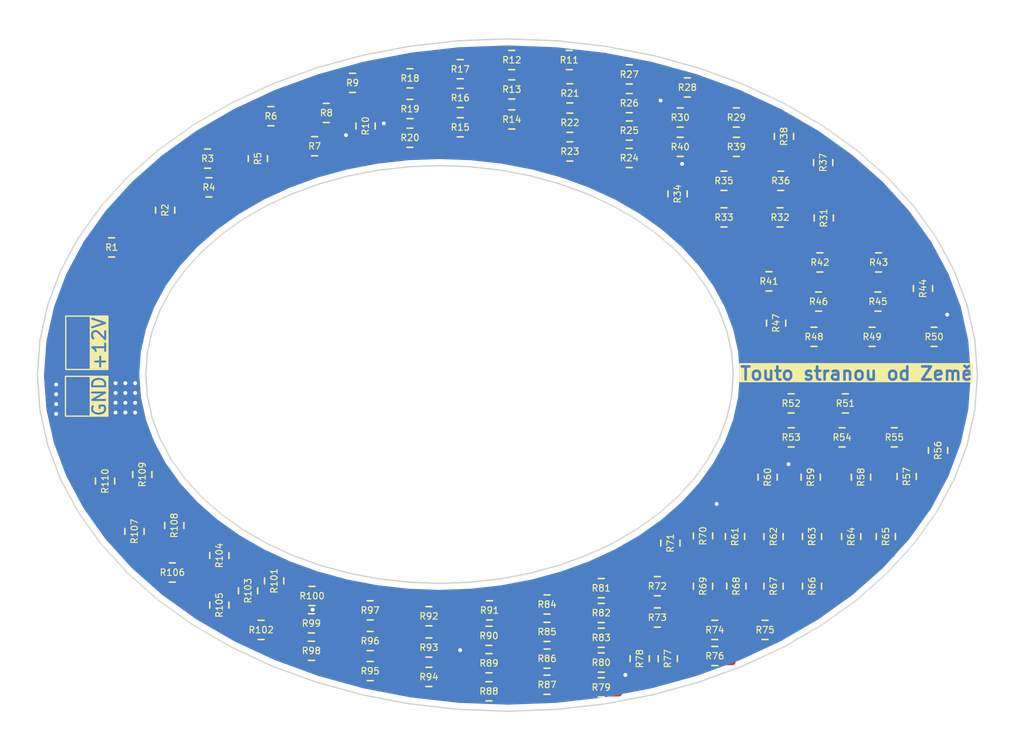
<source format=kicad_pcb>
(kicad_pcb (version 20241229) (generator "pcbnew") (generator_version "9.0")
  (layers (0 "F.Cu" signal) (2 "B.Cu" signal) (13 "F.Paste" user) (15 "B.Paste" user) (5 "F.SilkS" user "F.Silkscreen") (7 "B.SilkS" user "B.Silkscreen") (1 "F.Mask" user) (3 "B.Mask" user) (25 "Edge.Cuts" user))
  (net 0 "")
  (net 1 "Net-(J1-Pin_1)")
  (net 2 "Net-(J2-Pin_1)")
  (net 3 "Net-(R1-Pad2)")
  (net 4 "Net-(R2-Pad2)")
  (net 5 "Net-(R3-Pad2)")
  (net 6 "Net-(R4-Pad2)")
  (net 7 "Net-(R5-Pad2)")
  (net 8 "Net-(R6-Pad2)")
  (net 9 "Net-(R7-Pad2)")
  (net 10 "Net-(R8-Pad2)")
  (net 11 "Net-(R10-Pad1)")
  (net 12 "Net-(R11-Pad2)")
  (net 13 "Net-(R12-Pad2)")
  (net 14 "Net-(R13-Pad2)")
  (net 15 "Net-(R14-Pad2)")
  (net 16 "Net-(R15-Pad2)")
  (net 17 "Net-(R16-Pad2)")
  (net 18 "Net-(R17-Pad2)")
  (net 19 "Net-(R18-Pad2)")
  (net 20 "Net-(R19-Pad2)")
  (net 21 "Net-(R21-Pad2)")
  (net 22 "Net-(R22-Pad2)")
  (net 23 "Net-(R23-Pad2)")
  (net 24 "Net-(R24-Pad2)")
  (net 25 "Net-(R25-Pad2)")
  (net 26 "Net-(R26-Pad2)")
  (net 27 "Net-(R27-Pad2)")
  (net 28 "Net-(R28-Pad2)")
  (net 29 "Net-(R29-Pad2)")
  (net 30 "Net-(R31-Pad2)")
  (net 31 "Net-(R32-Pad2)")
  (net 32 "Net-(R33-Pad2)")
  (net 33 "Net-(R34-Pad2)")
  (net 34 "Net-(R35-Pad2)")
  (net 35 "Net-(R36-Pad2)")
  (net 36 "Net-(R37-Pad2)")
  (net 37 "Net-(R38-Pad2)")
  (net 38 "Net-(R39-Pad2)")
  (net 39 "Net-(R41-Pad2)")
  (net 40 "Net-(R42-Pad2)")
  (net 41 "Net-(R43-Pad2)")
  (net 42 "Net-(R44-Pad2)")
  (net 43 "Net-(R45-Pad2)")
  (net 44 "Net-(R46-Pad2)")
  (net 45 "Net-(R47-Pad2)")
  (net 46 "Net-(R48-Pad2)")
  (net 47 "Net-(R49-Pad2)")
  (net 48 "Net-(R51-Pad2)")
  (net 49 "Net-(R52-Pad2)")
  (net 50 "Net-(R53-Pad2)")
  (net 51 "Net-(R54-Pad2)")
  (net 52 "Net-(R55-Pad2)")
  (net 53 "Net-(R56-Pad2)")
  (net 54 "Net-(R57-Pad2)")
  (net 55 "Net-(R58-Pad2)")
  (net 56 "Net-(R59-Pad2)")
  (net 57 "Net-(R61-Pad2)")
  (net 58 "Net-(R62-Pad2)")
  (net 59 "Net-(R63-Pad2)")
  (net 60 "Net-(R64-Pad2)")
  (net 61 "Net-(R65-Pad2)")
  (net 62 "Net-(R66-Pad2)")
  (net 63 "Net-(R67-Pad2)")
  (net 64 "Net-(R68-Pad2)")
  (net 65 "Net-(R69-Pad2)")
  (net 66 "Net-(R71-Pad2)")
  (net 67 "Net-(R72-Pad2)")
  (net 68 "Net-(R73-Pad2)")
  (net 69 "Net-(R74-Pad2)")
  (net 70 "Net-(R75-Pad2)")
  (net 71 "Net-(R76-Pad2)")
  (net 72 "Net-(R77-Pad2)")
  (net 73 "Net-(R78-Pad2)")
  (net 74 "Net-(R79-Pad2)")
  (net 75 "Net-(R81-Pad2)")
  (net 76 "Net-(R82-Pad2)")
  (net 77 "Net-(R83-Pad2)")
  (net 78 "Net-(R84-Pad2)")
  (net 79 "Net-(R85-Pad2)")
  (net 80 "Net-(R86-Pad2)")
  (net 81 "Net-(R87-Pad2)")
  (net 82 "Net-(R88-Pad2)")
  (net 83 "Net-(R89-Pad2)")
  (net 84 "Net-(R91-Pad2)")
  (net 85 "Net-(R92-Pad2)")
  (net 86 "Net-(R93-Pad2)")
  (net 87 "Net-(R94-Pad2)")
  (net 88 "Net-(R95-Pad2)")
  (net 89 "Net-(R96-Pad2)")
  (net 90 "Net-(R97-Pad2)")
  (net 91 "Net-(R98-Pad2)")
  (net 92 "Net-(R100-Pad1)")
  (net 93 "Net-(R101-Pad2)")
  (net 94 "Net-(R102-Pad2)")
  (net 95 "Net-(R103-Pad2)")
  (net 96 "Net-(R104-Pad2)")
  (net 97 "Net-(R105-Pad2)")
  (net 98 "Net-(R106-Pad2)")
  (net 99 "Net-(R107-Pad2)")
  (net 100 "Net-(R108-Pad2)")
  (net 101 "Net-(R109-Pad2)")
  (footprint "Resistor_SMD:R_0805_2012Metric_Pad1.20x1.40mm_HandSolder" (layer "F.Cu") (at 44 53.4)
    (property "Reference" "R1")
    (property "Value" "220R")
  )
  (footprint "Resistor_SMD:R_0805_2012Metric_Pad1.20x1.40mm_HandSolder" (layer "F.Cu") (at 97.8 60.25)
    (property "Reference" "R48")
    (property "Value" "220R")
  )
  (footprint "Resistor_SMD:R_0805_2012Metric_Pad1.20x1.40mm_HandSolder" (layer "F.Cu") (at 52.25 77 -90)
    (property "Reference" "R104")
    (property "Value" "220R")
  )
  (footprint "Resistor_SMD:R_0805_2012Metric_Pad1.20x1.40mm_HandSolder" (layer "F.Cu") (at 48.8 74.7 90)
    (property "Reference" "R108")
    (property "Value" "220R")
  )
  (footprint "Resistor_SMD:R_0805_2012Metric_Pad1.20x1.40mm_HandSolder" (layer "F.Cu") (at 68.3 81.65 180)
    (property "Reference" "R92")
    (property "Value" "220R")
  )
  (footprint "Resistor_SMD:R_0805_2012Metric_Pad1.20x1.40mm_HandSolder" (layer "F.Cu") (at 102.7 57.55 180)
    (property "Reference" "R45")
    (property "Value" "220R")
  )
  (footprint "Resistor_SMD:R_0805_2012Metric_Pad1.20x1.40mm_HandSolder" (layer "F.Cu") (at 79.05 39.05 180)
    (property "Reference" "R11")
    (property "Value" "220R")
  )
  (footprint "Resistor_SMD:R_0805_2012Metric_Pad1.20x1.40mm_HandSolder" (layer "F.Cu") (at 83.65 40.15)
    (property "Reference" "R27")
    (property "Value" "220R")
  )
  (footprint "Resistor_SMD:R_0805_2012Metric_Pad1.20x1.40mm_HandSolder" (layer "F.Cu") (at 89.3 79.35 90)
    (property "Reference" "R69")
    (property "Value" "220R")
  )
  (footprint "Resistor_SMD:R_0805_2012Metric_Pad1.20x1.40mm_HandSolder" (layer "F.Cu") (at 83.65 44.45)
    (property "Reference" "R25")
    (property "Value" "220R")
  )
  (footprint "Resistor_SMD:R_0805_2012Metric_Pad1.20x1.40mm_HandSolder" (layer "F.Cu") (at 79.1 46.05)
    (property "Reference" "R23")
    (property "Value" "220R")
  )
  (footprint "Resistor_SMD:R_0805_2012Metric_Pad1.20x1.40mm_HandSolder" (layer "F.Cu") (at 91.85 79.35 -90)
    (property "Reference" "R68")
    (property "Value" "220R")
  )
  (footprint "Resistor_SMD:R_0805_2012Metric_Pad1.20x1.40mm_HandSolder" (layer "F.Cu") (at 100.65 75.55 90)
    (property "Reference" "R64")
    (property "Value" "220R")
  )
  (footprint "Resistor_SMD:R_0805_2012Metric_Pad1.20x1.40mm_HandSolder" (layer "F.Cu") (at 95.25 48.3)
    (property "Reference" "R36")
    (property "Value" "220R")
  )
  (footprint "Resistor_SMD:R_0805_2012Metric_Pad1.20x1.40mm_HandSolder" (layer "F.Cu") (at 72.9 83.15 180)
    (property "Reference" "R90")
    (property "Value" "220R")
  )
  (footprint "Resistor_SMD:R_0805_2012Metric_Pad1.20x1.40mm_HandSolder" (layer "F.Cu") (at 94.7 79.35 90)
    (property "Reference" "R67")
    (property "Value" "220R")
  )
  (footprint "Resistor_SMD:R_0805_2012Metric_Pad1.20x1.40mm_HandSolder" (layer "F.Cu") (at 59.55 45.65)
    (property "Reference" "R7")
    (property "Value" "220R")
  )
  (footprint "Resistor_SMD:R_0805_2012Metric_Pad1.20x1.40mm_HandSolder" (layer "F.Cu") (at 90.2 84.7 180)
    (property "Reference" "R76")
    (property "Value" "220R")
  )
  (footprint "Resistor_SMD:R_0805_2012Metric_Pad1.20x1.40mm_HandSolder" (layer "F.Cu") (at 52.25 80.8 -90)
    (property "Reference" "R105")
    (property "Value" "220R")
  )
  (footprint "Connector_Wire:SolderWirePad_1x01_SMD_1x2mm" (layer "F.Cu") (at 41.5 64.8)
    (property "Reference" "J2")
    (property "Value" "GND")
  )
  (footprint "Resistor_SMD:R_0805_2012Metric_Pad1.20x1.40mm_HandSolder" (layer "F.Cu") (at 81.5 79.5 180)
    (property "Reference" "R81")
    (property "Value" "220R")
  )
  (footprint "Resistor_SMD:R_0805_2012Metric_Pad1.20x1.40mm_HandSolder" (layer "F.Cu") (at 85.8 79.35 180)
    (property "Reference" "R72")
    (property "Value" "220R")
  )
  (footprint "Resistor_SMD:R_0805_2012Metric_Pad1.20x1.40mm_HandSolder" (layer "F.Cu") (at 83.65 42.35 180)
    (property "Reference" "R26")
    (property "Value" "220R")
  )
  (footprint "Resistor_SMD:R_0805_2012Metric_Pad1.20x1.40mm_HandSolder" (layer "F.Cu") (at 45.75 75.15 90)
    (property "Reference" "R107")
    (property "Value" "220R")
  )
  (footprint "Resistor_SMD:R_0805_2012Metric_Pad1.20x1.40mm_HandSolder" (layer "F.Cu") (at 55.2 46.6 90)
    (property "Reference" "R5")
    (property "Value" "220R")
  )
  (footprint "Resistor_SMD:R_0805_2012Metric_Pad1.20x1.40mm_HandSolder" (layer "F.Cu") (at 81.5 85.2)
    (property "Reference" "R80")
    (property "Value" "220R")
  )
  (footprint "Resistor_SMD:R_0805_2012Metric_Pad1.20x1.40mm_HandSolder" (layer "F.Cu") (at 74.65 41.3)
    (property "Reference" "R13")
    (property "Value" "220R")
  )
  (footprint "Resistor_SMD:R_0805_2012Metric_Pad1.20x1.40mm_HandSolder" (layer "F.Cu") (at 103.95 67.95)
    (property "Reference" "R55")
    (property "Value" "220R")
  )
  (footprint "Resistor_SMD:R_0805_2012Metric_Pad1.20x1.40mm_HandSolder" (layer "F.Cu") (at 87.55 45.7 180)
    (property "Reference" "R40")
    (property "Value" "220R")
  )
  (footprint "Resistor_SMD:R_0805_2012Metric_Pad1.20x1.40mm_HandSolder" (layer "F.Cu") (at 88.1 41.15)
    (property "Reference" "R28")
    (property "Value" "220R")
  )
  (footprint "Connector_Wire:SolderWirePad_1x01_SMD_1x2mm" (layer "F.Cu") (at 41.5011 60.7102)
    (property "Reference" "J1")
    (property "Value" "+12V")
  )
  (footprint "Resistor_SMD:R_0805_2012Metric_Pad1.20x1.40mm_HandSolder" (layer "F.Cu") (at 63.8 81.2 180)
    (property "Reference" "R97")
    (property "Value" "220R")
  )
  (footprint "Resistor_SMD:R_0805_2012Metric_Pad1.20x1.40mm_HandSolder" (layer "F.Cu") (at 63.45 44.1 -90)
    (property "Reference" "R10")
    (property "Value" "220R")
  )
  (footprint "Resistor_SMD:R_0805_2012Metric_Pad1.20x1.40mm_HandSolder" (layer "F.Cu") (at 72.9 85.25)
    (property "Reference" "R89")
    (property "Value" "220R")
  )
  (footprint "Resistor_SMD:R_0805_2012Metric_Pad1.20x1.40mm_HandSolder" (layer "F.Cu") (at 72.95 81.2 180)
    (property "Reference" "R91")
    (property "Value" "220R")
  )
  (footprint "Resistor_SMD:R_0805_2012Metric_Pad1.20x1.40mm_HandSolder" (layer "F.Cu") (at 70.7 41.95)
    (property "Reference" "R16")
    (property "Value" "220R")
  )
  (footprint "Resistor_SMD:R_0805_2012Metric_Pad1.20x1.40mm_HandSolder" (layer "F.Cu") (at 97.65 79.35 -90)
    (property "Reference" "R66")
    (property "Value" "220R")
  )
  (footprint "Resistor_SMD:R_0805_2012Metric_Pad1.20x1.40mm_HandSolder" (layer "F.Cu") (at 86.6 84.9 90)
    (property "Reference" "R77")
    (property "Value" "220R")
  )
  (footprint "Resistor_SMD:R_0805_2012Metric_Pad1.20x1.40mm_HandSolder" (layer "F.Cu") (at 79.1 43.85 180)
    (property "Reference" "R22")
    (property "Value" "220R")
  )
  (footprint "Resistor_SMD:R_0805_2012Metric_Pad1.20x1.40mm_HandSolder" (layer "F.Cu") (at 96.05 67.95)
    (property "Reference" "R53")
    (property "Value" "220R")
  )
  (footprint "Resistor_SMD:R_0805_2012Metric_Pad1.20x1.40mm_HandSolder" (layer "F.Cu") (at 87.55 43.45 180)
    (property "Reference" "R30")
    (property "Value" "220R")
  )
  (footprint "Resistor_SMD:R_0805_2012Metric_Pad1.20x1.40mm_HandSolder" (layer "F.Cu") (at 84.45 84.9 -90)
    (property "Reference" "R78")
    (property "Value" "220R")
  )
  (footprint "Resistor_SMD:R_0805_2012Metric_Pad1.20x1.40mm_HandSolder" (layer "F.Cu") (at 98.55 51.15 90)
    (property "Reference" "R31")
    (property "Value" "220R")
  )
  (footprint "Resistor_SMD:R_0805_2012Metric_Pad1.20x1.40mm_HandSolder" (layer "F.Cu") (at 81.5 81.4)
    (property "Reference" "R82")
    (property "Value" "220R")
  )
  (footprint "Resistor_SMD:R_0805_2012Metric_Pad1.20x1.40mm_HandSolder" (layer "F.Cu") (at 48.1 50.55 90)
    (property "Reference" "R2")
    (property "Value" "220R")
  )
  (footprint "Resistor_SMD:R_0805_2012Metric_Pad1.20x1.40mm_HandSolder" (layer "F.Cu") (at 79.1 41.6)
    (property "Reference" "R21")
    (property "Value" "220R")
  )
  (footprint "Resistor_SMD:R_0805_2012Metric_Pad1.20x1.40mm_HandSolder" (layer "F.Cu") (at 90.9 48.3)
    (property "Reference" "R35")
    (property "Value" "220R")
  )
  (footprint "Resistor_SMD:R_0805_2012Metric_Pad1.20x1.40mm_HandSolder" (layer "F.Cu") (at 66.85 42.8)
    (property "Reference" "R19")
    (property "Value" "220R")
  )
  (footprint "Resistor_SMD:R_0805_2012Metric_Pad1.20x1.40mm_HandSolder" (layer "F.Cu") (at 100.2 65.35 180)
    (property "Reference" "R51")
    (property "Value" "220R")
  )
  (footprint "Resistor_SMD:R_0805_2012Metric_Pad1.20x1.40mm_HandSolder" (layer "F.Cu") (at 104.9 70.95 -90)
    (property "Reference" "R57")
    (property "Value" "220R")
  )
  (footprint "Resistor_SMD:R_0805_2012Metric_Pad1.20x1.40mm_HandSolder" (layer "F.Cu") (at 98.15 57.55 180)
    (property "Reference" "R46")
    (property "Value" "220R")
  )
  (footprint "Resistor_SMD:R_0805_2012Metric_Pad1.20x1.40mm_HandSolder" (layer "F.Cu") (at 99.95 67.95)
    (property "Reference" "R54")
    (property "Value" "220R")
  )
  (footprint "Resistor_SMD:R_0805_2012Metric_Pad1.20x1.40mm_HandSolder" (layer "F.Cu") (at 59.35 80.1 180)
    (property "Reference" "R100")
    (property "Value" "220R")
  )
  (footprint "Resistor_SMD:R_0805_2012Metric_Pad1.20x1.40mm_HandSolder" (layer "F.Cu") (at 94.9 59.2 -90)
    (property "Reference" "R47")
    (property "Value" "220R")
  )
  (footprint "Resistor_SMD:R_0805_2012Metric_Pad1.20x1.40mm_HandSolder" (layer "F.Cu") (at 77.35 80.75 180)
    (property "Reference" "R84")
    (property "Value" "220R")
  )
  (footprint "Resistor_SMD:R_0805_2012Metric_Pad1.20x1.40mm_HandSolder" (layer "F.Cu") (at 95.2 51.1 180)
    (property "Reference" "R32")
    (property "Value" "220R")
  )
  (footprint "Resistor_SMD:R_0805_2012Metric_Pad1.20x1.40mm_HandSolder" (layer "F.Cu") (at 107.3 68.95 -90)
    (property "Reference" "R56")
    (property "Value" "220R")
  )
  (footprint "Resistor_SMD:R_0805_2012Metric_Pad1.20x1.40mm_HandSolder" (layer "F.Cu") (at 48.65 78.3 180)
    (property "Reference" "R106")
    (property "Value" "220R")
  )
  (footprint "Resistor_SMD:R_0805_2012Metric_Pad1.20x1.40mm_HandSolder" (layer "F.Cu") (at 97.65 75.55 -90)
    (property "Reference" "R63")
    (property "Value" "220R")
  )
  (footprint "Resistor_SMD:R_0805_2012Metric_Pad1.20x1.40mm_HandSolder" (layer "F.Cu") (at 70.7 39.75 180)
    (property "Reference" "R17")
    (property "Value" "220R")
  )
  (footprint "Resistor_SMD:R_0805_2012Metric_Pad1.20x1.40mm_HandSolder" (layer "F.Cu") (at 60.45 43.1)
    (property "Reference" "R8")
    (property "Value" "220R")
  )
  (footprint "Resistor_SMD:R_0805_2012Metric_Pad1.20x1.40mm_HandSolder" (layer "F.Cu") (at 51.45 48.8)
    (property "Reference" "R4")
    (property "Value" "220R")
  )
  (footprint "Resistor_SMD:R_0805_2012Metric_Pad1.20x1.40mm_HandSolder" (layer "F.Cu") (at 98.5 46.9 90)
    (property "Reference" "R37")
    (property "Value" "220R")
  )
  (footprint "Resistor_SMD:R_0805_2012Metric_Pad1.20x1.40mm_HandSolder" (layer "F.Cu") (at 74.65 39.05 180)
    (property "Reference" "R12")
    (property "Value" "220R")
  )
  (footprint "Resistor_SMD:R_0805_2012Metric_Pad1.20x1.40mm_HandSolder" (layer "F.Cu") (at 97.55 71 -90)
    (property "Reference" "R59")
    (property "Value" "220R")
  )
  (footprint "Resistor_SMD:R_0805_2012Metric_Pad1.20x1.40mm_HandSolder" (layer "F.Cu") (at 63.8 85.85 180)
    (property "Reference" "R95")
    (property "Value" "220R")
  )
  (footprint "Resistor_SMD:R_0805_2012Metric_Pad1.20x1.40mm_HandSolder" (layer "F.Cu") (at 94.05 82.7)
    (property "Reference" "R75")
    (property "Value" "220R")
  )
  (footprint "Resistor_SMD:R_0805_2012Metric_Pad1.20x1.40mm_HandSolder" (layer "F.Cu") (at 94.7 75.55 90)
    (property "Reference" "R62")
    (property "Value" "220R")
  )
  (footprint "Resistor_SMD:R_0805_2012Metric_Pad1.20x1.40mm_HandSolder" (layer "F.Cu") (at 77.35 82.85)
    (property "Reference" "R85")
    (property "Value" "220R")
  )
  (footprint "Resistor_SMD:R_0805_2012Metric_Pad1.20x1.40mm_HandSolder" (layer "F.Cu") (at 62.45 40.8)
    (property "Reference" "R9")
    (property "Value" "220R")
  )
  (footprint "Resistor_SMD:R_0805_2012Metric_Pad1.20x1.40mm_HandSolder" (layer "F.Cu") (at 66.85 45 180)
    (property "Reference" "R20")
    (property "Value" "220R")
  )
  (footprint "Resistor_SMD:R_0805_2012Metric_Pad1.20x1.40mm_HandSolder" (layer "F.Cu") (at 56.2 43.35)
    (property "Reference" "R6")
    (property "Value" "220R")
  )
  (footprint "Resistor_SMD:R_0805_2012Metric_Pad1.20x1.40mm_HandSolder" (layer "F.Cu") (at 89.3 75.5 90)
    (property "Reference" "R70")
    (property "Value" "220R")
  )
  (footprint "Resistor_SMD:R_0805_2012Metric_Pad1.20x1.40mm_HandSolder" (layer "F.Cu") (at 94.35 56)
    (property "Reference" "R41")
    (property "Value" "220R")
  )
  (footprint "Resistor_SMD:R_0805_2012Metric_Pad1.20x1.40mm_HandSolder" (layer "F.Cu") (at 72.9 87.4 180)
    (property "Reference" "R88")
    (property "Value" "220R")
  )
  (footprint "Resistor_SMD:R_0805_2012Metric_Pad1.20x1.40mm_HandSolder" (layer "F.Cu") (at 81.5 87.1 180)
    (property "Reference" "R79")
    (property "Value" "220R")
  )
  (footprint "Resistor_SMD:R_0805_2012Metric_Pad1.20x1.40mm_HandSolder" (layer "F.Cu") (at 43.5 71.3 90)
    (property "Reference" "R110")
    (property "Value" "220R")
  )
  (footprint "Resistor_SMD:R_0805_2012Metric_Pad1.20x1.40mm_HandSolder" (layer "F.Cu") (at 83.65 46.55 180)
    (property "Reference" "R24")
    (property "Value" "220R")
  )
  (footprint "Resistor_SMD:R_0805_2012Metric_Pad1.20x1.40mm_HandSolder" (layer "F.Cu") (at 68.3 86.3 180)
    (property "Reference" "R94")
    (property "Value" "220R")
  )
  (footprint "Resistor_SMD:R_0805_2012Metric_Pad1.20x1.40mm_HandSolder" (layer "F.Cu") (at 96.05 65.35 180)
    (property "Reference" "R52")
    (property "Value" "220R")
  )
  (footprint "Resistor_SMD:R_0805_2012Metric_Pad1.20x1.40mm_HandSolder" (layer "F.Cu") (at 86.8 76.05 -90)
    (property "Reference" "R71")
    (property "Value" "220R")
  )
  (footprint "Resistor_SMD:R_0805_2012Metric_Pad1.20x1.40mm_HandSolder" (layer "F.Cu") (at 81.5 83.3 180)
    (property "Reference" "R83")
    (property "Value" "220R")
  )
  (footprint "Resistor_SMD:R_0805_2012Metric_Pad1.20x1.40mm_HandSolder" (layer "F.Cu") (at 59.3 84.3 180)
    (property "Reference" "R98")
    (property "Value" "220R")
  )
  (footprint "Resistor_SMD:R_0805_2012Metric_Pad1.20x1.40mm_HandSolder" (layer "F.Cu") (at 68.3 84.05)
    (property "Reference" "R93")
    (property "Value" "220R")
  )
  (footprint "Resistor_SMD:R_0805_2012Metric_Pad1.20x1.40mm_HandSolder" (layer "F.Cu") (at 107 60.25)
    (property "Reference" "R50")
    (property "Value" "220R")
  )
  (footprint "Resistor_SMD:R_0805_2012Metric_Pad1.20x1.40mm_HandSolder" (layer "F.Cu") (at 55.45 82.7 180)
    (property "Reference" "R102")
    (property "Value" "220R")
  )
  (footprint "Resistor_SMD:R_0805_2012Metric_Pad1.20x1.40mm_HandSolder" (layer "F.Cu") (at 106.15 56.55 -90)
    (property "Reference" "R44")
    (property "Value" "220R")
  )
  (footprint "Resistor_SMD:R_0805_2012Metric_Pad1.20x1.40mm_HandSolder" (layer "F.Cu") (at 59.3 82.2)
    (property "Reference" "R99")
    (property "Value" "220R")
  )
  (footprint "Resistor_SMD:R_0805_2012Metric_Pad1.20x1.40mm_HandSolder" (layer "F.Cu") (at 87.35 49.3 90)
    (property "Reference" "R34")
    (property "Value" "220R")
  )
  (footprint "Resistor_SMD:R_0805_2012Metric_Pad1.20x1.40mm_HandSolder" (layer "F.Cu") (at 91.85 43.45 180)
    (property "Reference" "R29")
    (property "Value" "220R")
  )
  (footprint "Resistor_SMD:R_0805_2012Metric_Pad1.20x1.40mm_HandSolder" (layer "F.Cu") (at 51.35 46.6)
    (property "Reference" "R3")
    (property "Value" "220R")
  )
  (footprint "Resistor_SMD:R_0805_2012Metric_Pad1.20x1.40mm_HandSolder" (layer "F.Cu") (at 90.9 51.1 180)
    (property "Reference" "R33")
    (property "Value" "220R")
  )
  (footprint "Resistor_SMD:R_0805_2012Metric_Pad1.20x1.40mm_HandSolder" (layer "F.Cu") (at 101.4 71 90)
    (property "Reference" "R58")
    (property "Value" "220R")
  )
  (footprint "Resistor_SMD:R_0805_2012Metric_Pad1.20x1.40mm_HandSolder" (layer "F.Cu") (at 91.75 75.55 -90)
    (property "Reference" "R61")
    (property "Value" "220R")
  )
  (footprint "Resistor_SMD:R_0805_2012Metric_Pad1.20x1.40mm_HandSolder" (layer "F.Cu") (at 56.45 78.95 -90)
    (property "Reference" "R101")
    (property "Value" "220R")
  )
  (footprint "Resistor_SMD:R_0805_2012Metric_Pad1.20x1.40mm_HandSolder" (layer "F.Cu") (at 90.2 82.7)
    (property "Reference" "R74")
    (property "Value" "220R")
  )
  (footprint "Resistor_SMD:R_0805_2012Metric_Pad1.20x1.40mm_HandSolder" (layer "F.Cu") (at 102.25 60.25)
    (property "Reference" "R49")
    (property "Value" "220R")
  )
  (footprint "Resistor_SMD:R_0805_2012Metric_Pad1.20x1.40mm_HandSolder" (layer "F.Cu") (at 103.3 75.55 -90)
    (property "Reference" "R65")
    (property "Value" "220R")
  )
  (footprint "Resistor_SMD:R_0805_2012Metric_Pad1.20x1.40mm_HandSolder" (layer "F.Cu") (at 91.85 45.7 180)
    (property "Reference" "R39")
    (property "Value" "220R")
  )
  (footprint "Resistor_SMD:R_0805_2012Metric_Pad1.20x1.40mm_HandSolder" (layer "F.Cu") (at 94.25 71 90)
    (property "Reference" "R60")
    (property "Value" "220R")
  )
  (footprint "Resistor_SMD:R_0805_2012Metric_Pad1.20x1.40mm_HandSolder" (layer "F.Cu") (at 54.45 79.7 90)
    (property "Reference" "R103")
    (property "Value" "220R")
  )
  (footprint "Resistor_SMD:R_0805_2012Metric_Pad1.20x1.40mm_HandSolder" (layer "F.Cu") (at 77.35 86.9)
    (property "Reference" "R87")
    (property "Value" "220R")
  )
  (footprint "Resistor_SMD:R_0805_2012Metric_Pad1.20x1.40mm_HandSolder" (layer "F.Cu") (at 63.8 83.55)
    (property "Reference" "R96")
    (property "Value" "220R")
  )
  (footprint "Resistor_SMD:R_0805_2012Metric_Pad1.20x1.40mm_HandSolder" (layer "F.Cu") (at 102.75 54.55)
    (property "Reference" "R43")
    (property "Value" "220R")
  )
  (footprint "Resistor_SMD:R_0805_2012Metric_Pad1.20x1.40mm_HandSolder" (layer "F.Cu") (at 77.35 84.9 180)
    (property "Reference" "R86")
    (property "Value" "220R")
  )
  (footprint "Resistor_SMD:R_0805_2012Metric_Pad1.20x1.40mm_HandSolder" (layer "F.Cu") (at 70.700001 44.2 180)
    (property "Reference" "R15")
    (property "Value" "220R")
  )
  (footprint "Resistor_SMD:R_0805_2012Metric_Pad1.20x1.40mm_HandSolder" (layer "F.Cu") (at 46.35 70.8 90)
    (property "Reference" "R109")
    (property "Value" "220R")
  )
  (footprint "Resistor_SMD:R_0805_2012Metric_Pad1.20x1.40mm_HandSolder" (layer "F.Cu") (at 98.25 54.55)
    (property "Reference" "R42")
    (property "Value" "220R")
  )
  (footprint "Resistor_SMD:R_0805_2012Metric_Pad1.20x1.40mm_HandSolder" (layer "F.Cu") (at 74.65 43.6 180)
    (property "Reference" "R14")
    (property "Value" "220R")
  )
  (footprint "Resistor_SMD:R_0805_2012Metric_Pad1.20x1.40mm_HandSolder" (layer "F.Cu") (at 95.5 44.9 90)
    (property "Reference" "R38")
    (property "Value" "220R")
  )
  (footprint "Resistor_SMD:R_0805_2012Metric_Pad1.20x1.40mm_HandSolder" (layer "F.Cu") (at 66.85 40.45 180)
    (property "Reference" "R18")
    (property "Value" "220R")
  )
  (footprint "Resistor_SMD:R_0805_2012Metric_Pad1.20x1.40mm_HandSolder" (layer "F.Cu") (at 85.8 81.75)
    (property "Reference" "R73")
    (property "Value" "220R")
  )
  (gr_rect (start 40.464 63.276) (end 43.712 66.324) (stroke (width 0.1)) (fill no) (layer "F.SilkS"))
  (gr_rect (start 40.4871 58.6606) (end 43.7129 62.75) (stroke (width 0.1)) (fill no) (layer "F.SilkS"))
  (gr_line (start 82.34065 50.18935) (end 84.17085 51.24335) (stroke (width 0.1)) (layer "Edge.Cuts"))
  (gr_line (start 66.82945 88.36525) (end 63.18965 87.66765) (stroke (width 0.1)) (layer "Edge.Cuts"))
  (gr_line (start 98.40295 82.31395) (end 95.47455 84.01015) (stroke (width 0.1)) (layer "Edge.Cuts"))
  (gr_line (start 109.52755 68.53165) (end 108.55225 71.13515) (stroke (width 0.1)) (layer "Edge.Cuts"))
  (gr_line (start 46.73875 64.80615) (end 46.61545 63.13365) (stroke (width 0.1)) (layer "Edge.Cuts"))
  (gr_line (start 43.13735 50.30295) (end 45.18965 48.04245) (stroke (width 0.1)) (layer "Edge.Cuts"))
  (gr_line (start 71.46735 79.04605) (end 69.11545 79.13365) (stroke (width 0.1)) (layer "Edge.Cuts"))
  (gr_line (start 78.26705 77.75035) (end 76.06835 78.35055) (stroke (width 0.1)) (layer "Edge.Cuts"))
  (gr_line (start 91.12375 66.46025) (end 90.51425 68.07795) (stroke (width 0.1)) (layer "Edge.Cuts"))
  (gr_line (start 70.55125 37.56905) (end 74.31425 37.42795) (stroke (width 0.1)) (layer "Edge.Cuts"))
  (gr_line (start 41.42665 73.65145) (end 40.07625 71.13515) (stroke (width 0.1)) (layer "Edge.Cuts"))
  (gr_line (start 73.79345 47.48325) (end 76.06835 47.91675) (stroke (width 0.1)) (layer "Edge.Cuts"))
  (gr_line (start 53.15395 42.34575) (end 56.31425 40.87775) (stroke (width 0.1)) (layer "Edge.Cuts"))
  (gr_line (start 91.49215 64.80615) (end 91.12375 66.46025) (stroke (width 0.1)) (layer "Edge.Cuts"))
  (gr_line (start 39.10095 57.82425) (end 40.07625 55.22075) (stroke (width 0.1)) (layer "Edge.Cuts"))
  (gr_line (start 62.16255 78.35055) (end 59.96385 77.75035) (stroke (width 0.1)) (layer "Edge.Cuts"))
  (gr_line (start 63.18965 87.66765) (end 59.67175 86.70175) (stroke (width 0.1)) (layer "Edge.Cuts"))
  (gr_line (start 88.60105 71.13365) (end 87.31835 72.53825) (stroke (width 0.1)) (layer "Edge.Cuts"))
  (gr_line (start 56.31425 85.47815) (end 53.15395 84.01015) (stroke (width 0.1)) (layer "Edge.Cuts"))
  (gr_line (start 101.06745 45.94785) (end 103.43885 48.04245) (stroke (width 0.1)) (layer "Edge.Cuts"))
  (gr_line (start 54.06005 75.02395) (end 52.39465 73.83975) (stroke (width 0.1)) (layer "Edge.Cuts"))
  (gr_line (start 81.79905 37.99065) (end 85.43885 38.68825) (stroke (width 0.1)) (layer "Edge.Cuts"))
  (gr_line (start 49.62985 55.13365) (end 50.91255 53.72905) (stroke (width 0.1)) (layer "Edge.Cuts"))
  (gr_line (start 49.62985 71.13365) (end 48.56065 69.64145) (stroke (width 0.1)) (layer "Edge.Cuts"))
  (gr_line (start 95.47455 42.34575) (end 98.40295 44.04195) (stroke (width 0.1)) (layer "Edge.Cuts"))
  (gr_line (start 87.31835 53.72905) (end 88.60105 55.13365) (stroke (width 0.1)) (layer "Edge.Cuts"))
  (gr_line (start 64.43745 47.48325) (end 66.76355 47.22125) (stroke (width 0.1)) (layer "Edge.Cuts"))
  (gr_line (start 57.86545 49.27725) (end 59.96385 48.51695) (stroke (width 0.1)) (layer "Edge.Cuts"))
  (gr_line (start 59.67175 86.70175) (end 56.31425 85.47815) (stroke (width 0.1)) (layer "Edge.Cuts"))
  (gr_line (start 70.55125 88.78685) (end 66.82945 88.36525) (stroke (width 0.1)) (layer "Edge.Cuts"))
  (gr_line (start 71.46735 47.22125) (end 73.79345 47.48325) (stroke (width 0.1)) (layer "Edge.Cuts"))
  (gr_line (start 88.60105 55.13365) (end 89.67025 56.62585) (stroke (width 0.1)) (layer "Edge.Cuts"))
  (gr_line (start 59.96385 77.75035) (end 57.86545 76.99005) (stroke (width 0.1)) (layer "Edge.Cuts"))
  (gr_line (start 101.06745 80.40805) (end 98.40295 82.31395) (stroke (width 0.1)) (layer "Edge.Cuts"))
  (gr_line (start 66.76355 79.04605) (end 64.43745 78.78405) (stroke (width 0.1)) (layer "Edge.Cuts"))
  (gr_line (start 41.42665 52.70445) (end 43.13735 50.30295) (stroke (width 0.1)) (layer "Edge.Cuts"))
  (gr_line (start 47.71665 68.07795) (end 47.10715 66.46025) (stroke (width 0.1)) (layer "Edge.Cuts"))
  (gr_line (start 88.95675 86.70175) (end 85.43885 87.66765) (stroke (width 0.1)) (layer "Edge.Cuts"))
  (gr_line (start 92.31425 40.87775) (end 95.47455 42.34575) (stroke (width 0.1)) (layer "Edge.Cuts"))
  (gr_line (start 85.43885 38.68825) (end 88.95675 39.65415) (stroke (width 0.1)) (layer "Edge.Cuts"))
  (gr_line (start 84.17085 75.02395) (end 82.34065 76.07795) (stroke (width 0.1)) (layer "Edge.Cuts"))
  (gr_line (start 43.13735 76.05295) (end 41.42665 73.65145) (stroke (width 0.1)) (layer "Edge.Cuts"))
  (gr_line (start 50.22555 82.31395) (end 47.56105 80.40805) (stroke (width 0.1)) (layer "Edge.Cuts"))
  (gr_line (start 80.36545 49.27725) (end 82.34065 50.18935) (stroke (width 0.1)) (layer "Edge.Cuts"))
  (gr_line (start 76.06835 78.35055) (end 73.79345 78.78405) (stroke (width 0.1)) (layer "Edge.Cuts"))
  (gr_line (start 87.31835 72.53825) (end 85.83625 73.83975) (stroke (width 0.1)) (layer "Edge.Cuts"))
  (gr_line (start 76.06835 47.91675) (end 78.26705 48.51695) (stroke (width 0.1)) (layer "Edge.Cuts"))
  (gr_line (start 103.43885 48.04245) (end 105.49115 50.30295) (stroke (width 0.1)) (layer "Edge.Cuts"))
  (gr_line (start 107.20185 73.65145) (end 105.49115 76.05295) (stroke (width 0.1)) (layer "Edge.Cuts"))
  (gr_line (start 54.06005 51.24335) (end 55.89025 50.18935) (stroke (width 0.1)) (layer "Edge.Cuts"))
  (gr_line (start 78.07725 88.78685) (end 74.31425 88.92795) (stroke (width 0.1)) (layer "Edge.Cuts"))
  (gr_line (start 73.79345 78.78405) (end 71.46735 79.04605) (stroke (width 0.1)) (layer "Edge.Cuts"))
  (gr_line (start 59.96385 48.51695) (end 62.16255 47.91675) (stroke (width 0.1)) (layer "Edge.Cuts"))
  (gr_line (start 84.17085 51.24335) (end 85.83625 52.42755) (stroke (width 0.1)) (layer "Edge.Cuts"))
  (gr_line (start 90.51425 68.07795) (end 89.67025 69.64145) (stroke (width 0.1)) (layer "Edge.Cuts"))
  (gr_line (start 63.18965 38.68825) (end 66.82945 37.99065) (stroke (width 0.1)) (layer "Edge.Cuts"))
  (gr_line (start 108.55225 55.22075) (end 109.52755 57.82425) (stroke (width 0.1)) (layer "Edge.Cuts"))
  (gr_line (start 91.49215 61.46115) (end 91.61545 63.13365) (stroke (width 0.1)) (layer "Edge.Cuts"))
  (gr_line (start 56.31425 40.87775) (end 59.67175 39.65415) (stroke (width 0.1)) (layer "Edge.Cuts"))
  (gr_line (start 52.39465 73.83975) (end 50.91255 72.53825) (stroke (width 0.1)) (layer "Edge.Cuts"))
  (gr_line (start 105.49115 76.05295) (end 103.43885 78.31345) (stroke (width 0.1)) (layer "Edge.Cuts"))
  (gr_line (start 57.86545 76.99005) (end 55.89025 76.07795) (stroke (width 0.1)) (layer "Edge.Cuts"))
  (gr_line (start 110.11705 60.48635) (end 110.31425 63.17795) (stroke (width 0.1)) (layer "Edge.Cuts"))
  (gr_line (start 52.39465 52.42755) (end 54.06005 51.24335) (stroke (width 0.1)) (layer "Edge.Cuts"))
  (gr_line (start 69.11545 79.13365) (end 66.76355 79.04605) (stroke (width 0.1)) (layer "Edge.Cuts"))
  (gr_line (start 55.89025 50.18935) (end 57.86545 49.27725) (stroke (width 0.1)) (layer "Edge.Cuts"))
  (gr_line (start 81.79905 88.36525) (end 78.07725 88.78685) (stroke (width 0.1)) (layer "Edge.Cuts"))
  (gr_line (start 91.12375 59.80705) (end 91.49215 61.46115) (stroke (width 0.1)) (layer "Edge.Cuts"))
  (gr_line (start 50.91255 53.72905) (end 52.39465 52.42755) (stroke (width 0.1)) (layer "Edge.Cuts"))
  (gr_line (start 78.07725 37.56905) (end 81.79905 37.99065) (stroke (width 0.1)) (layer "Edge.Cuts"))
  (gr_line (start 89.67025 56.62585) (end 90.51425 58.18935) (stroke (width 0.1)) (layer "Edge.Cuts"))
  (gr_line (start 47.10715 66.46025) (end 46.73875 64.80615) (stroke (width 0.1)) (layer "Edge.Cuts"))
  (gr_line (start 88.95675 39.65415) (end 92.31425 40.87775) (stroke (width 0.1)) (layer "Edge.Cuts"))
  (gr_line (start 103.43885 78.31345) (end 101.06745 80.40805) (stroke (width 0.1)) (layer "Edge.Cuts"))
  (gr_line (start 107.20185 52.70445) (end 108.55225 55.22075) (stroke (width 0.1)) (layer "Edge.Cuts"))
  (gr_line (start 95.47455 84.01015) (end 92.31425 85.47815) (stroke (width 0.1)) (layer "Edge.Cuts"))
  (gr_line (start 47.10715 59.80705) (end 47.71665 58.18935) (stroke (width 0.1)) (layer "Edge.Cuts"))
  (gr_line (start 45.18965 78.31345) (end 43.13735 76.05295) (stroke (width 0.1)) (layer "Edge.Cuts"))
  (gr_line (start 46.61545 63.13365) (end 46.73875 61.46115) (stroke (width 0.1)) (layer "Edge.Cuts"))
  (gr_line (start 47.56105 80.40805) (end 45.18965 78.31345) (stroke (width 0.1)) (layer "Edge.Cuts"))
  (gr_line (start 92.31425 85.47815) (end 88.95675 86.70175) (stroke (width 0.1)) (layer "Edge.Cuts"))
  (gr_line (start 74.31425 37.42795) (end 78.07725 37.56905) (stroke (width 0.1)) (layer "Edge.Cuts"))
  (gr_line (start 80.36545 76.99005) (end 78.26705 77.75035) (stroke (width 0.1)) (layer "Edge.Cuts"))
  (gr_line (start 90.51425 58.18935) (end 91.12375 59.80705) (stroke (width 0.1)) (layer "Edge.Cuts"))
  (gr_line (start 38.51145 65.86955) (end 38.31425 63.17795) (stroke (width 0.1)) (layer "Edge.Cuts"))
  (gr_line (start 46.73875 61.46115) (end 47.10715 59.80705) (stroke (width 0.1)) (layer "Edge.Cuts"))
  (gr_line (start 59.67175 39.65415) (end 63.18965 38.68825) (stroke (width 0.1)) (layer "Edge.Cuts"))
  (gr_line (start 110.11705 65.86955) (end 109.52755 68.53165) (stroke (width 0.1)) (layer "Edge.Cuts"))
  (gr_line (start 89.67025 69.64145) (end 88.60105 71.13365) (stroke (width 0.1)) (layer "Edge.Cuts"))
  (gr_line (start 38.31425 63.17795) (end 38.51145 60.48635) (stroke (width 0.1)) (layer "Edge.Cuts"))
  (gr_line (start 38.51145 60.48635) (end 39.10095 57.82425) (stroke (width 0.1)) (layer "Edge.Cuts"))
  (gr_line (start 109.52755 57.82425) (end 110.11705 60.48635) (stroke (width 0.1)) (layer "Edge.Cuts"))
  (gr_line (start 98.40295 44.04195) (end 101.06745 45.94785) (stroke (width 0.1)) (layer "Edge.Cuts"))
  (gr_line (start 105.49115 50.30295) (end 107.20185 52.70445) (stroke (width 0.1)) (layer "Edge.Cuts"))
  (gr_line (start 85.43885 87.66765) (end 81.79905 88.36525) (stroke (width 0.1)) (layer "Edge.Cuts"))
  (gr_line (start 53.15395 84.01015) (end 50.22555 82.31395) (stroke (width 0.1)) (layer "Edge.Cuts"))
  (gr_line (start 82.34065 76.07795) (end 80.36545 76.99005) (stroke (width 0.1)) (layer "Edge.Cuts"))
  (gr_line (start 64.43745 78.78405) (end 62.16255 78.35055) (stroke (width 0.1)) (layer "Edge.Cuts"))
  (gr_line (start 48.56065 56.62585) (end 49.62985 55.13365) (stroke (width 0.1)) (layer "Edge.Cuts"))
  (gr_line (start 39.10095 68.53165) (end 38.51145 65.86955) (stroke (width 0.1)) (layer "Edge.Cuts"))
  (gr_line (start 85.83625 52.42755) (end 87.31835 53.72905) (stroke (width 0.1)) (layer "Edge.Cuts"))
  (gr_line (start 62.16255 47.91675) (end 64.43745 47.48325) (stroke (width 0.1)) (layer "Edge.Cuts"))
  (gr_line (start 110.31425 63.17795) (end 110.11705 65.86955) (stroke (width 0.1)) (layer "Edge.Cuts"))
  (gr_line (start 78.26705 48.51695) (end 80.36545 49.27725) (stroke (width 0.1)) (layer "Edge.Cuts"))
  (gr_line (start 108.55225 71.13515) (end 107.20185 73.65145) (stroke (width 0.1)) (layer "Edge.Cuts"))
  (gr_line (start 55.89025 76.07795) (end 54.06005 75.02395) (stroke (width 0.1)) (layer "Edge.Cuts"))
  (gr_line (start 48.56065 69.64145) (end 47.71665 68.07795) (stroke (width 0.1)) (layer "Edge.Cuts"))
  (gr_line (start 50.22555 44.04195) (end 53.15395 42.34575) (stroke (width 0.1)) (layer "Edge.Cuts"))
  (gr_line (start 50.91255 72.53825) (end 49.62985 71.13365) (stroke (width 0.1)) (layer "Edge.Cuts"))
  (gr_line (start 45.18965 48.04245) (end 47.56105 45.94785) (stroke (width 0.1)) (layer "Edge.Cuts"))
  (gr_line (start 40.07625 55.22075) (end 41.42665 52.70445) (stroke (width 0.1)) (layer "Edge.Cuts"))
  (gr_line (start 74.31425 88.92795) (end 70.55125 88.78685) (stroke (width 0.1)) (layer "Edge.Cuts"))
  (gr_line (start 85.83625 73.83975) (end 84.17085 75.02395) (stroke (width 0.1)) (layer "Edge.Cuts"))
  (gr_line (start 69.11545 47.13365) (end 71.46735 47.22125) (stroke (width 0.1)) (layer "Edge.Cuts"))
  (gr_line (start 47.56105 45.94785) (end 50.22555 44.04195) (stroke (width 0.1)) (layer "Edge.Cuts"))
  (gr_line (start 40.07625 71.13515) (end 39.10095 68.53165) (stroke (width 0.1)) (layer "Edge.Cuts"))
  (gr_line (start 91.61545 63.13365) (end 91.49215 64.80615) (stroke (width 0.1)) (layer "Edge.Cuts"))
  (gr_line (start 47.71665 58.18935) (end 48.56065 56.62585) (stroke (width 0.1)) (layer "Edge.Cuts"))
  (gr_line (start 66.76355 47.22125) (end 69.11545 47.13365) (stroke (width 0.1)) (layer "Edge.Cuts"))
  (gr_line (start 66.82945 37.99065) (end 70.55125 37.56905) (stroke (width 0.1)) (layer "Edge.Cuts"))
  (gr_text "Touto stranou od Země" (at 92.05 63.65 0) (layer "F.SilkS" knockout) (effects (font (size 1 1) (thickness 0.2) (bold yes)) (justify left bottom)))
  (segment (start 83.901607 48.951607) (end 81.451607 48.951607) (width 0.5) (layer "F.Cu") (net 1))
  (segment (start 76.85 47.19629) (end 76.025302 46.371592) (width 0.5) (layer "F.Cu") (net 1))
  (segment (start 98.55 52.15) (end 97.8 52.9) (width 0.5) (layer "F.Cu") (net 1))
  (segment (start 76.85 47.19629) (end 76.85 42.85) (width 0.5) (layer "F.Cu") (net 1))
  (segment (start 54.813246 48.978118) (end 52.133346 51.658018) (width 0.5) (layer "F.Cu") (net 1))
  (segment (start 82.5 79.35) (end 84.002478 77.847522) (width 0.5) (layer "F.Cu") (net 1))
  (segment (start 97.8 52.9) (end 93.95 52.9) (width 0.5) (layer "F.Cu") (net 1))
  (segment (start 61.499 78.949) (end 62.599 80.049) (width 0.5) (layer "F.Cu") (net 1))
  (segment (start 84.002478 77.847522) (end 86.8 75.05) (width 0.5) (layer "F.Cu") (net 1))
  (segment (start 76.85471 47.201) (end 76.85 47.19629) (width 0.5) (layer "F.Cu") (net 1))
  (segment (start 56.45 77.95) (end 57.449 78.949) (width 0.5) (layer "F.Cu") (net 1))
  (segment (start 45.348292 56.1) (end 41.5011 56.1) (width 0.5) (layer "F.Cu") (net 1))
  (segment (start 92.387288 63.45) (end 92.387288 55.237288) (width 0.5) (layer "F.Cu") (net 1))
  (segment (start 80.203451 77.847522) (end 84.002478 77.847522) (width 0.5) (layer "F.Cu") (net 1))
  (segment (start 91.75 72.9) (end 90.35 71.5) (width 0.5) (layer "F.Cu") (net 1))
  (segment (start 90.35 71.5) (end 92.387288 69.462712) (width 0.5) (layer "F.Cu") (net 1))
  (segment (start 91.75 74.55) (end 91.75 72.9) (width 0.5) (layer "F.Cu") (net 1))
  (segment (start 80.05 39.65) (end 78.1 41.6) (width 0.5) (layer "F.Cu") (net 1))
  (segment (start 62.599 80.049) (end 72.799 80.049) (width 0.5) (layer "F.Cu") (net 1))
  (segment (start 41.5011 60.7102) (end 41.5011 56.1) (width 0.5) (layer "F.Cu") (net 1))
  (segment (start 62.128408 46.371592) (end 61.5 47) (width 0.5) (layer "F.Cu") (net 1))
  (segment (start 76.124688 79.15) (end 78.900973 79.15) (width 0.5) (layer "F.Cu") (net 1))
  (segment (start 56.721882 48.978118) (end 54.813246 48.978118) (width 0.5) (layer "F.Cu") (net 1))
  (segment (start 100.4 63.45) (end 92.387288 63.45) (width 0.5) (layer "F.Cu") (net 1))
  (segment (start 72.799 80.049) (end 75.225688 80.049) (width 0.5) (layer "F.Cu") (net 1))
  (segment (start 75.225688 80.049) (end 76.124688 79.15) (width 0.5) (layer "F.Cu") (net 1))
  (segment (start 49.790274 51.658018) (end 45.348292 56.1) (width 0.5) (layer "F.Cu") (net 1))
  (segment (start 76.025302 46.371592) (end 62.128408 46.371592) (width 0.5) (layer "F.Cu") (net 1))
  (segment (start 61.5 47) (end 58.7 47) (width 0.5) (layer "F.Cu") (net 1))
  (segment (start 80.05 39.05) (end 80.05 39.65) (width 0.5) (layer "F.Cu") (net 1))
  (segment (start 92 54.85) (end 89.8 54.85) (width 0.5) (layer "F.Cu") (net 1))
  (segment (start 58.7 47) (end 56.721882 48.978118) (width 0.5) (layer "F.Cu") (net 1))
  (segment (start 92.387288 69.462712) (end 92.387288 63.45) (width 0.5) (layer "F.Cu") (net 1))
  (segment (start 92.387288 55.237288) (end 92 54.85) (width 0.5) (layer "F.Cu") (net 1))
  (segment (start 79.701 47.201) (end 76.85471 47.201) (width 0.5) (layer "F.Cu") (net 1))
  (segment (start 86.8 75.05) (end 90.35 71.5) (width 0.5) (layer "F.Cu") (net 1))
  (segment (start 72.799 80.049) (end 73.95 81.2) (width 0.5) (layer "F.Cu") (net 1))
  (segment (start 41.5011 56.1) (end 41.5011 54.8989) (width 0.5) (layer "F.Cu") (net 1))
  (segment (start 52.133346 51.658018) (end 49.790274 51.658018) (width 0.5) (layer "F.Cu") (net 1))
  (segment (start 93.95 52.9) (end 92 54.85) (width 0.5) (layer "F.Cu") (net 1))
  (segment (start 101.2 65.35) (end 101.2 64.25) (width 0.5) (layer "F.Cu") (net 1))
  (segment (start 78.900973 79.15) (end 80.203451 77.847522) (width 0.5) (layer "F.Cu") (net 1))
  (segment (start 76.85 42.85) (end 78.1 41.6) (width 0.5) (layer "F.Cu") (net 1))
  (segment (start 89.8 54.85) (end 83.901607 48.951607) (width 0.5) (layer "F.Cu") (net 1))
  (segment (start 57.449 78.949) (end 61.499 78.949) (width 0.5) (layer "F.Cu") (net 1))
  (segment (start 101.2 64.25) (end 100.4 63.45) (width 0.5) (layer "F.Cu") (net 1))
  (segment (start 81.451607 48.951607) (end 79.701 47.201) (width 0.5) (layer "F.Cu") (net 1))
  (segment (start 93.15 56) (end 92.387288 55.237288) (width 0.5) (layer "F.Cu") (net 1))
  (segment (start 93.35 56) (end 93.15 56) (width 0.5) (layer "F.Cu") (net 1))
  (segment (start 41.5011 54.8989) (end 43 53.4) (width 0.5) (layer "F.Cu") (net 1))
  (segment (start 108 60.25) (end 108 58.55) (width 0.5) (layer "F.Cu") (net 2))
  (segment (start 58.35 80.1) (end 59.4 81.15) (width 0.5) (layer "F.Cu") (net 2))
  (segment (start 86.55 42.65) (end 86.05 42.15) (width 0.5) (layer "F.Cu") (net 2))
  (segment (start 65.75 45.1) (end 65.85 45) (width 0.5) (layer "F.Cu") (net 2))
  (segment (start 43.5 70.3) (end 43.5 69.9) (width 0.5) (layer "F.Cu") (net 2))
  (segment (start 70.8 84.25) (end 71.9 83.15) (width 0.5) (layer "F.Cu") (net 2))
  (segment (start 86.55 45.85) (end 87.7 47) (width 0.5) (layer "F.Cu") (net 2))
  (segment (start 82.5 85.3) (end 83.279318 86.079318) (width 0.5) (layer "F.Cu") (net 2))
  (segment (start 89.3 74.5) (end 89.3 74.1) (width 0.5) (layer "F.Cu") (net 2))
  (segment (start 89.3 74.1) (end 90.35 73.05) (width 0.5) (layer "F.Cu") (net 2))
  (segment (start 65.85 45) (end 65.85 44.9) (width 0.5) (layer "F.Cu") (net 2))
  (segment (start 43.5 69.9) (end 39.75 66.15) (width 0.5) (layer "F.Cu") (net 2))
  (segment (start 63.45 45.1) (end 62.25 45.1) (width 0.5) (layer "F.Cu") (net 2))
  (segment (start 86.55 43.45) (end 86.55 42.65) (width 0.5) (layer "F.Cu") (net 2))
  (segment (start 65.85 44.9) (end 64.85 43.9) (width 0.5) (layer "F.Cu") (net 2))
  (segment (start 70.7 84.25) (end 70.8 84.25) (width 0.5) (layer "F.Cu") (net 2))
  (segment (start 62.25 45.1) (end 61.95 44.8) (width 0.5) (layer "F.Cu") (net 2))
  (segment (start 94.25 70) (end 95.85 70) (width 0.5) (layer "F.Cu") (net 2))
  (via (at 39.75 64.65) (size 0.6) (drill 0.3) (layers "F.Cu" "B.Cu") (net 2))
  (via (at 44.3 65.3) (size 0.6) (drill 0.3) (layers "F.Cu" "B.Cu") (net 2))
  (via (at 95.85 70) (size 0.6) (drill 0.3) (layers "F.Cu" "B.Cu") (net 2))
  (via (at 70.7 84.25) (size 0.6) (drill 0.3) (layers "F.Cu" "B.Cu") (net 2))
  (via (at 45.05 63.8) (size 0.6) (drill 0.3) (layers "F.Cu" "B.Cu") (net 2))
  (via (at 44.3 64.55) (size 0.6) (drill 0.3) (layers "F.Cu" "B.Cu") (net 2))
  (via (at 108 58.55) (size 0.6) (drill 0.3) (layers "F.Cu" "B.Cu") (net 2))
  (via (at 87.7 47) (size 0.6) (drill 0.3) (layers "F.Cu" "B.Cu") (net 2))
  (via (at 45.8 66.05) (size 0.6) (drill 0.3) (layers "F.Cu" "B.Cu") (net 2))
  (via (at 45.05 64.55) (size 0.6) (drill 0.3) (layers "F.Cu" "B.Cu") (net 2))
  (via (at 61.95 44.8) (size 0.6) (drill 0.3) (layers "F.Cu" "B.Cu") (net 2))
  (via (at 83.35 86.15) (size 0.6) (drill 0.3) (layers "F.Cu" "B.Cu") (net 2))
  (via (at 64.85 43.9) (size 0.6) (drill 0.3) (layers "F.Cu" "B.Cu") (net 2))
  (via (at 44.3 63.8) (size 0.6) (drill 0.3) (layers "F.Cu" "B.Cu") (net 2))
  (via (at 39.75 63.9) (size 0.6) (drill 0.3) (layers "F.Cu" "B.Cu") (net 2))
  (via (at 45.05 65.3) (size 0.6) (drill 0.3) (layers "F.Cu" "B.Cu") (net 2))
  (via (at 39.75 66.15) (size 0.6) (drill 0.3) (layers "F.Cu" "B.Cu") (net 2))
  (via (at 44.3 66.05) (size 0.6) (drill 0.3) (layers "F.Cu" "B.Cu") (net 2))
  (via (at 59.4 81.15) (size 0.6) (drill 0.3) (layers "F.Cu" "B.Cu") (net 2))
  (via (at 45.05 66.05) (size 0.6) (drill 0.3) (layers "F.Cu" "B.Cu") (net 2))
  (via (at 90.35 73.05) (size 0.6) (drill 0.3) (layers "F.Cu" "B.Cu") (net 2))
  (via (at 45.8 65.3) (size 0.6) (drill 0.3) (layers "F.Cu" "B.Cu") (net 2))
  (via (at 39.75 65.4) (size 0.6) (drill 0.3) (layers "F.Cu" "B.Cu") (net 2))
  (via (at 86.05 42.15) (size 0.6) (drill 0.3) (layers "F.Cu" "B.Cu") (net 2))
  (via (at 45.8 63.8) (size 0.6) (drill 0.3) (layers "F.Cu" "B.Cu") (net 2))
  (via (at 45.8 64.55) (size 0.6) (drill 0.3) (layers "F.Cu" "B.Cu") (net 2))
  (segment (start 46.25 53.4) (end 48.1 51.55) (width 0.5) (layer "F.Cu") (net 3))
  (segment (start 45 53.4) (end 46.25 53.4) (width 0.5) (layer "F.Cu") (net 3))
  (segment (start 48.1 49.55) (end 48.1 48.85) (width 0.5) (layer "F.Cu") (net 4))
  (segment (start 48.1 48.85) (end 50.35 46.6) (width 0.5) (layer "F.Cu") (net 4))
  (segment (start 50.45 48.5) (end 52.35 46.6) (width 0.5) (layer "F.Cu") (net 5))
  (segment (start 50.45 48.8) (end 50.45 48.5) (width 0.5) (layer "F.Cu") (net 5))
  (segment (start 54 48.8) (end 55.2 47.6) (width 0.5) (layer "F.Cu") (net 6))
  (segment (start 52.45 48.8) (end 54 48.8) (width 0.5) (layer "F.Cu") (net 6))
  (segment (start 55.2 47.6) (end 55 47.6) (width 0.5) (layer "F.Cu") (net 6))
  (segment (start 55.2 43.35) (end 55.2 45.6) (width 0.5) (layer "F.Cu") (net 7))
  (segment (start 58.55 44.7) (end 57.2 43.35) (width 0.5) (layer "F.Cu") (net 8))
  (segment (start 58.55 45.65) (end 58.55 44.7) (width 0.5) (layer "F.Cu") (net 8))
  (segment (start 59.45 43.1) (end 59.45 44.55) (width 0.5) (layer "F.Cu") (net 9))
  (segment (start 59.45 44.55) (end 60.55 45.65) (width 0.5) (layer "F.Cu") (net 9))
  (segment (start 61.45 40.8) (end 61.45 43.1) (width 0.5) (layer "F.Cu") (net 10))
  (segment (start 63.45 43.1) (end 63.45 40.8) (width 0.5) (layer "F.Cu") (net 11))
  (segment (start 78.05 39.05) (end 75.65 39.05) (width 0.5) (layer "F.Cu") (net 12))
  (segment (start 73.65 41.3) (end 73.65 39.05) (width 0.5) (layer "F.Cu") (net 13))
  (segment (start 75.65 41.3) (end 75.65 43.6) (width 0.5) (layer "F.Cu") (net 14))
  (segment (start 72.300002 43.6) (end 71.700002 44.2) (width 0.5) (layer "F.Cu") (net 15))
  (segment (start 73.65 43.6) (end 72.300002 43.6) (width 0.5) (layer "F.Cu") (net 15))
  (segment (start 69.7 44.2) (end 69.7 41.95) (width 0.5) (layer "F.Cu") (net 16))
  (segment (start 71.7 41.95) (end 71.7 39.75) (width 0.5) (layer "F.Cu") (net 17))
  (segment (start 68.55 39.75) (end 67.85 40.45) (width 0.5) (layer "F.Cu") (net 18))
  (segment (start 69.7 39.75) (end 68.55 39.75) (width 0.5) (layer "F.Cu") (net 18))
  (segment (start 65.85 42.8) (end 65.85 40.45) (width 0.5) (layer "F.Cu") (net 19))
  (segment (start 67.85 42.8) (end 67.85 45) (width 0.5) (layer "F.Cu") (net 20))
  (segment (start 80.1 43.85) (end 80.1 41.6) (width 0.5) (layer "F.Cu") (net 21))
  (segment (start 78.1 46.05) (end 78.1 43.85) (width 0.5) (layer "F.Cu") (net 22))
  (segment (start 81.95 47.9) (end 80.1 46.05) (width 0.5) (layer "F.Cu") (net 23))
  (segment (start 84.65 46.55) (end 84.65 47.25) (width 0.5) (layer "F.Cu") (net 23))
  (segment (start 84 47.9) (end 81.95 47.9) (width 0.5) (layer "F.Cu") (net 23))
  (segment (start 84.65 47.25) (end 84 47.9) (width 0.5) (layer "F.Cu") (net 23))
  (segment (start 82.65 44.45) (end 82.65 46.55) (width 0.5) (layer "F.Cu") (net 24))
  (segment (start 84.65 42.35) (end 84.65 44.45) (width 0.5) (layer "F.Cu") (net 25))
  (segment (start 82.65 40.15) (end 82.65 42.35) (width 0.5) (layer "F.Cu") (net 26))
  (segment (start 87.1 41.15) (end 85.65 41.15) (width 0.5) (layer "F.Cu") (net 27))
  (segment (start 85.65 41.15) (end 84.65 40.15) (width 0.5) (layer "F.Cu") (net 27))
  (segment (start 92.85 43.45) (end 90.55 41.15) (width 0.5) (layer "F.Cu") (net 28))
  (segment (start 90.55 41.15) (end 89.1 41.15) (width 0.5) (layer "F.Cu") (net 28))
  (segment (start 88.55 43.45) (end 90.85 43.45) (width 0.5) (layer "F.Cu") (net 29))
  (segment (start 98.55 50.15) (end 97.15 50.15) (width 0.5) (layer "F.Cu") (net 30))
  (segment (start 97.15 50.15) (end 96.2 51.1) (width 0.5) (layer "F.Cu") (net 30))
  (segment (start 91.9 51.1) (end 94.2 51.1) (width 0.5) (layer "F.Cu") (net 31))
  (segment (start 89.1 50.3) (end 89.9 51.1) (width 0.5) (layer "F.Cu") (net 32))
  (segment (start 87.35 50.3) (end 89.1 50.3) (width 0.5) (layer "F.Cu") (net 32))
  (segment (start 89.9 48.3) (end 87.35 48.3) (width 0.5) (layer "F.Cu") (net 33))
  (segment (start 94.25 48.3) (end 91.9 48.3) (width 0.5) (layer "F.Cu") (net 34))
  (segment (start 96.65 47.9) (end 96.25 48.3) (width 0.5) (layer "F.Cu") (net 35))
  (segment (start 98.5 47.9) (end 96.65 47.9) (width 0.5) (layer "F.Cu") (net 35))
  (segment (start 95.5 45.9) (end 98.5 45.9) (width 0.5) (layer "F.Cu") (net 36))
  (segment (start 94.65 43.9) (end 92.85 45.7) (width 0.5) (layer "F.Cu") (net 37))
  (segment (start 95.5 43.9) (end 94.65 43.9) (width 0.5) (layer "F.Cu") (net 37))
  (segment (start 88.55 45.7) (end 90.85 45.7) (width 0.5) (layer "F.Cu") (net 38))
  (segment (start 96.8 54.55) (end 95.35 56) (width 0.5) (layer "F.Cu") (net 39))
  (segment (start 97.25 54.55) (end 96.8 54.55) (width 0.5) (layer "F.Cu") (net 39))
  (segment (start 99.25 54.55) (end 101.75 54.55) (width 0.5) (layer "F.Cu") (net 40))
  (segment (start 103.75 54.55) (end 105.15 54.55) (width 0.5) (layer "F.Cu") (net 41))
  (segment (start 105.15 54.55) (end 106.15 55.55) (width 0.5) (layer "F.Cu") (net 41))
  (segment (start 106.15 57.55) (end 103.7 57.55) (width 0.5) (layer "F.Cu") (net 42))
  (segment (start 101.7 57.55) (end 99.15 57.55) (width 0.5) (layer "F.Cu") (net 43))
  (segment (start 97.15 57.55) (end 95.55 57.55) (width 0.5) (layer "F.Cu") (net 44))
  (segment (start 95.55 57.55) (end 94.9 58.2) (width 0.5) (layer "F.Cu") (net 44))
  (segment (start 94.9 60.2) (end 96.75 60.2) (width 0.5) (layer "F.Cu") (net 45))
  (segment (start 96.75 60.2) (end 96.8 60.25) (width 0.5) (layer "F.Cu") (net 45))
  (segment (start 98.8 60.25) (end 101.25 60.25) (width 0.5) (layer "F.Cu") (net 46))
  (segment (start 103.25 60.25) (end 106 60.25) (width 0.5) (layer "F.Cu") (net 47))
  (segment (start 97.05 65.35) (end 99.2 65.35) (width 0.5) (layer "F.Cu") (net 48))
  (segment (start 95.05 67.95) (end 95.05 65.35) (width 0.5) (layer "F.Cu") (net 49))
  (segment (start 98.95 67.95) (end 97.05 67.95) (width 0.5) (layer "F.Cu") (net 50))
  (segment (start 102.95 67.95) (end 100.95 67.95) (width 0.5) (layer "F.Cu") (net 51))
  (segment (start 107.3 67.95) (end 104.95 67.95) (width 0.5) (layer "F.Cu") (net 52))
  (segment (start 104.9 69.95) (end 107.3 69.95) (width 0.5) (layer "F.Cu") (net 53))
  (segment (start 104.9 71.95) (end 101.45 71.95) (width 0.5) (layer "F.Cu") (net 54))
  (segment (start 101.4 70) (end 97.55 70) (width 0.5) (layer "F.Cu") (net 55))
  (segment (start 97.55 72) (end 94.25 72) (width 0.5) (layer "F.Cu") (net 56))
  (segment (start 94.7 76.55) (end 91.75 76.55) (width 0.5) (layer "F.Cu") (net 57))
  (segment (start 97.65 74.55) (end 94.7 74.55) (width 0.5) (layer "F.Cu") (net 58))
  (segment (start 100.65 76.55) (end 97.65 76.55) (width 0.5) (layer "F.Cu") (net 59))
  (segment (start 103.3 74.55) (end 100.65 74.55) (width 0.5) (layer "F.Cu") (net 60))
  (segment (start 97.65 78.35) (end 101.5 78.35) (width 0.5) (layer "F.Cu") (net 61))
  (segment (start 101.5 78.35) (end 103.3 76.55) (width 0.5) (layer "F.Cu") (net 61))
  (segment (start 94.7 80.35) (end 97.65 80.35) (width 0.5) (layer "F.Cu") (net 62))
  (segment (start 91.85 78.35) (end 94.7 78.35) (width 0.5) (layer "F.Cu") (net 63))
  (segment (start 91.85 80.35) (end 89.3 80.35) (width 0.5) (layer "F.Cu") (net 64))
  (segment (start 89.3 76.5) (end 89.3 78.35) (width 0.5) (layer "F.Cu") (net 65))
  (segment (start 86.8 77.05) (end 86.8 79.35) (width 0.5) (layer "F.Cu") (net 66))
  (segment (start 84.8 79.35) (end 84.8 81.75) (width 0.5) (layer "F.Cu") (net 67))
  (segment (start 88.25 81.75) (end 89.2 82.7) (width 0.5) (layer "F.Cu") (net 68))
  (segment (start 86.8 81.75) (end 88.25 81.75) (width 0.5) (layer "F.Cu") (net 68))
  (segment (start 91.2 82.7) (end 93.05 82.7) (width 0.5) (layer "F.Cu") (net 69))
  (segment (start 93.899 83.851) (end 92.049 83.851) (width 0.5) (layer "F.Cu") (net 70))
  (segment (start 95.05 82.7) (end 93.899 83.851) (width 0.5) (layer "F.Cu") (net 70))
  (segment (start 92.049 83.851) (end 91.2 84.7) (width 0.5) (layer "F.Cu") (net 70))
  (segment (start 87.8 84.7) (end 86.6 85.9) (width 0.5) (layer "F.Cu") (net 71))
  (segment (start 89.2 84.7) (end 87.8 84.7) (width 0.5) (layer "F.Cu") (net 71))
  (segment (start 86.6 83.9) (end 84.45 83.9) (width 0.5) (layer "F.Cu") (net 72))
  (segment (start 83.25 87.1) (end 84.45 85.9) (width 0.5) (layer "F.Cu") (net 73))
  (segment (start 82.5 87.1) (end 83.25 87.1) (width 0.5) (layer "F.Cu") (net 73))
  (segment (start 80.5 87.1) (end 80.5 85.2) (width 0.5) (layer "F.Cu") (net 74))
  (segment (start 80.5 81.4) (end 80.5 79.5) (width 0.5) (layer "F.Cu") (net 75))
  (segment (start 82.5 83.3) (end 82.5 81.4) (width 0.5) (layer "F.Cu") (net 76))
  (segment (start 78.35 81.048292) (end 80.5 83.198292) (width 0.5) (layer "F.Cu") (net 77))
  (segment (start 76.35 82.85) (end 76.35 80.75) (width 0.5) (layer "F.Cu") (net 78))
  (segment (start 78.35 84.9) (end 78.35 82.85) (width 0.5) (layer "F.Cu") (net 79))
  (segment (start 76.35 86.9) (end 76.35 84.9) (width 0.5) (layer "F.Cu") (net 80))
  (segment (start 77.199371 88.050629) (end 74.550629 88.050629) (width 0.5) (layer "F.Cu") (net 81))
  (segment (start 74.550629 88.050629) (end 73.9 87.4) (width 0.5) (layer "F.Cu") (net 81))
  (segment (start 78.35 86.9) (end 77.199371 88.050629) (width 0.5) (layer "F.Cu") (net 81))
  (segment (start 71.9 87.4) (end 71.9 85.25) (width 0.5) (layer "F.Cu") (net 82))
  (segment (start 73.9 85.25) (end 73.9 83.15) (width 0.5) (layer "F.Cu") (net 83))
  (segment (start 71.5 81.65) (end 71.95 81.2) (width 0.5) (layer "F.Cu") (net 84))
  (segment (start 69.3 81.65) (end 71.5 81.65) (width 0.5) (layer "F.Cu") (net 84))
  (segment (start 67.3 84.05) (end 67.3 81.65) (width 0.5) (layer "F.Cu") (net 85))
  (segment (start 69.3 84.05) (end 69.3 86.3) (width 0.5) (layer "F.Cu") (net 86))
  (segment (start 67.3 86.3) (end 65.25 86.3) (width 0.5) (layer "F.Cu") (net 87))
  (segment (start 65.25 86.3) (end 64.8 85.85) (width 0.5) (layer "F.Cu") (net 87))
  (segment (start 62.8 83.55) (end 62.8 85.85) (width 0.5) (layer "F.Cu") (net 88))
  (segment (start 64.8 83.55) (end 64.8 81.2) (width 0.5) (layer "F.Cu") (net 89))
  (segment (start 61.749 82.851) (end 60.3 84.3) (width 0.5) (layer "F.Cu") (net 90))
  (segment (start 62.8 81.2) (end 61.749 82.251) (width 0.5) (layer "F.Cu") (net 90))
  (segment (start 61.749 82.251) (end 61.749 82.851) (width 0.5) (layer "F.Cu") (net 90))
  (segment (start 58.3 84.3) (end 58.3 82.2) (width 0.5) (layer "F.Cu") (net 91))
  (segment (start 60.3 82.2) (end 60.3 80.15) (width 0.5) (layer "F.Cu") (net 92))
  (segment (start 56.45 79.95) (end 56.45 82.7) (width 0.5) (layer "F.Cu") (net 93))
  (segment (start 54.45 82.7) (end 54.45 80.7) (width 0.5) (layer "F.Cu") (net 94))
  (segment (start 54.45 78.7) (end 54.45 78.2) (width 0.5) (layer "F.Cu") (net 95))
  (segment (start 54.45 78.2) (end 52.25 76) (width 0.5) (layer "F.Cu") (net 95))
  (segment (start 52.25 78) (end 52.25 79.8) (width 0.5) (layer "F.Cu") (net 96))
  (segment (start 52.25 81.8) (end 51.3 81.8) (width 0.5) (layer "F.Cu") (net 97))
  (segment (start 51.3 81.8) (end 49.65 80.15) (width 0.5) (layer "F.Cu") (net 97))
  (segment (start 49.65 80.15) (end 49.65 78.3) (width 0.5) (layer "F.Cu") (net 97))
  (segment (start 45.75 77.3) (end 45.75 76.15) (width 0.5) (layer "F.Cu") (net 98))
  (segment (start 47.65 78.3) (end 46.75 78.3) (width 0.5) (layer "F.Cu") (net 98))
  (segment (start 46.75 78.3) (end 45.75 77.3) (width 0.5) (layer "F.Cu") (net 98))
  (segment (start 48.8 75.7) (end 47.3 75.7) (width 0.5) (layer "F.Cu") (net 99))
  (segment (start 47.3 75.7) (end 45.75 74.15) (width 0.5) (layer "F.Cu") (net 99))
  (segment (start 48.25 73.7) (end 46.35 71.8) (width 0.5) (layer "F.Cu") (net 100))
  (segment (start 48.8 73.7) (end 48.25 73.7) (width 0.5) (layer "F.Cu") (net 100))
  (segment (start 45 71.55) (end 44.25 72.3) (width 0.5) (layer "F.Cu") (net 101))
  (segment (start 44.25 72.3) (end 43.5 72.3) (width 0.5) (layer "F.Cu") (net 101))
  (segment (start 45.55 69.8) (end 45 70.35) (width 0.5) (layer "F.Cu") (net 101))
  (segment (start 45 70.35) (end 45 71.55) (width 0.5) (layer "F.Cu") (net 101))
  (segment (start 46.35 69.8) (end 45.55 69.8) (width 0.5) (layer "F.Cu") (net 101))
  (zone (net 2) (net_name "Net-(J2-Pin_1)") (layer "F.Cu") (priority 1) (connect_pads (clearance 0.5)) (min_thickness 0.25) (fill yes (thermal_gap 0.5) (thermal_bridge_width 0.5) (island_removal_mode 1) (island_area_min 10))
    (polygon (pts (xy 39.1 62.9) (xy 46.45 62.95) (xy 47 62.95) (xy 47.9 66.85) (xy 38.6 67.35) (xy 37.7 63.5) (xy 38.1 62.95)))
  )
  (zone (net 2) (net_name "Net-(J2-Pin_1)") (layer "B.Cu") (connect_pads (clearance 0.5)) (min_thickness 0.25) (fill yes (thermal_gap 0.5) (thermal_bridge_width 0.5) (island_removal_mode 1) (island_area_min 10))
    (polygon (pts (xy 35.45 57) (xy 41.85 46.6) (xy 52 39.65) (xy 62.65 36.55) (xy 75.75 34.45) (xy 88.1 36.95) (xy 101.4 42.7) (xy 112.1 52.1) (xy 113.9 63.95) (xy 109.9 78.4) (xy 95.05 87.75) (xy 77.35 92) (xy 60.9 90.95) (xy 46.55 84.25) (xy 38.3 75.25) (xy 35.55 63)))
  )
)
</source>
